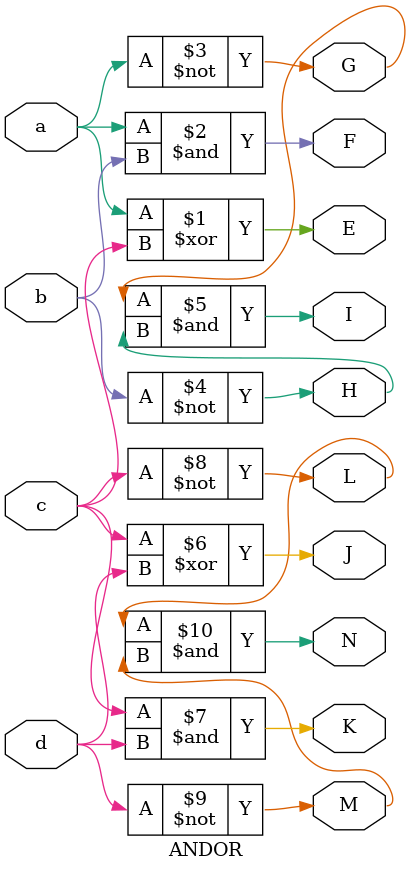
<source format=v>
module ANDOR (a, b, c, d, E, F, G, H, I, J, K, L, M, N);
	input a, b, c, d;
	output E, F, G, H, I, J, K, L, M, N;
  assign E = a ^ c;
  assign F = a & b;
  assign G = ~ a;
  assign H = ~ b;
  assign I = G & H;
  assign J = c ^ d;
  assign K = c & d;
  assign L = ~ c;
  assign M = ~ d;
  assign N = L & M; 
endmodule
// end of Verilog code


</source>
